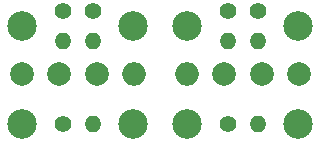
<source format=gbr>
G04 #@! TF.GenerationSoftware,KiCad,Pcbnew,5.0.1+dfsg1-3~bpo9+1*
G04 #@! TF.CreationDate,2018-11-18T10:39:03-07:00*
G04 #@! TF.ProjectId,Cube-Balls,437562652D42616C6C732E6B69636164,rev?*
G04 #@! TF.SameCoordinates,Original*
G04 #@! TF.FileFunction,Copper,L1,Top,Signal*
G04 #@! TF.FilePolarity,Positive*
%FSLAX46Y46*%
G04 Gerber Fmt 4.6, Leading zero omitted, Abs format (unit mm)*
G04 Created by KiCad (PCBNEW 5.0.1+dfsg1-3~bpo9+1) date Sun 18 Nov 2018 10:39:03 AM MST*
%MOMM*%
%LPD*%
G01*
G04 APERTURE LIST*
G04 #@! TA.AperFunction,ComponentPad*
%ADD10C,1.400000*%
G04 #@! TD*
G04 #@! TA.AperFunction,ComponentPad*
%ADD11O,1.400000X1.400000*%
G04 #@! TD*
G04 #@! TA.AperFunction,ComponentPad*
%ADD12C,2.499360*%
G04 #@! TD*
G04 #@! TA.AperFunction,ComponentPad*
%ADD13O,1.998980X1.998980*%
G04 #@! TD*
G04 #@! TA.AperFunction,ComponentPad*
%ADD14C,1.998980*%
G04 #@! TD*
G04 APERTURE END LIST*
D10*
G04 #@! TO.P,C1,1*
G04 #@! TO.N,Net-(C1-Pad1)*
X43855000Y-47244000D03*
D11*
G04 #@! TO.P,C1,2*
G04 #@! TO.N,Net-(C1-Pad2)*
X46395000Y-47244000D03*
G04 #@! TD*
G04 #@! TO.P,C2,2*
G04 #@! TO.N,Net-(C2-Pad2)*
X60325000Y-40259000D03*
D10*
G04 #@! TO.P,C2,1*
G04 #@! TO.N,Net-(C2-Pad1)*
X60325000Y-37719000D03*
G04 #@! TD*
D12*
G04 #@! TO.P,J8,1*
G04 #@! TO.N,Net-(D2-Pad4)*
X63754000Y-38989000D03*
G04 #@! TD*
G04 #@! TO.P,J7,1*
G04 #@! TO.N,Net-(C2-Pad1)*
X63754000Y-47244000D03*
G04 #@! TD*
G04 #@! TO.P,J6,1*
G04 #@! TO.N,Net-(J6-Pad1)*
X54356000Y-38989000D03*
G04 #@! TD*
G04 #@! TO.P,J5,1*
G04 #@! TO.N,Net-(J5-Pad1)*
X54356000Y-47244000D03*
G04 #@! TD*
G04 #@! TO.P,J4,1*
G04 #@! TO.N,Net-(D1-Pad4)*
X40386000Y-47244000D03*
G04 #@! TD*
G04 #@! TO.P,J3,1*
G04 #@! TO.N,Net-(C1-Pad1)*
X49784000Y-47244000D03*
G04 #@! TD*
G04 #@! TO.P,J2,1*
G04 #@! TO.N,Net-(J2-Pad1)*
X40386000Y-38989000D03*
G04 #@! TD*
G04 #@! TO.P,J1,1*
G04 #@! TO.N,Net-(J1-Pad1)*
X49784000Y-38989000D03*
G04 #@! TD*
D13*
G04 #@! TO.P,D2,1*
G04 #@! TO.N,Net-(D2-Pad1)*
X54310000Y-43053000D03*
D14*
G04 #@! TO.P,D2,2*
G04 #@! TO.N,Net-(C2-Pad2)*
X57485000Y-43053000D03*
G04 #@! TO.P,D2,3*
G04 #@! TO.N,Net-(C2-Pad1)*
X60660000Y-43053000D03*
G04 #@! TO.P,D2,4*
G04 #@! TO.N,Net-(D2-Pad4)*
X63835000Y-43053000D03*
G04 #@! TD*
D13*
G04 #@! TO.P,D1,1*
G04 #@! TO.N,Net-(D1-Pad1)*
X49847500Y-43053000D03*
D14*
G04 #@! TO.P,D1,2*
G04 #@! TO.N,Net-(C1-Pad2)*
X46672500Y-43053000D03*
G04 #@! TO.P,D1,3*
G04 #@! TO.N,Net-(C1-Pad1)*
X43497500Y-43053000D03*
G04 #@! TO.P,D1,4*
G04 #@! TO.N,Net-(D1-Pad4)*
X40322500Y-43053000D03*
G04 #@! TD*
D10*
G04 #@! TO.P,R4,1*
G04 #@! TO.N,Net-(J5-Pad1)*
X57825000Y-47238000D03*
D11*
G04 #@! TO.P,R4,2*
G04 #@! TO.N,Net-(D2-Pad1)*
X60365000Y-47238000D03*
G04 #@! TD*
D10*
G04 #@! TO.P,R3,1*
G04 #@! TO.N,Net-(J6-Pad1)*
X57785000Y-37719000D03*
D11*
G04 #@! TO.P,R3,2*
G04 #@! TO.N,Net-(C2-Pad2)*
X57785000Y-40259000D03*
G04 #@! TD*
G04 #@! TO.P,R2,2*
G04 #@! TO.N,Net-(D1-Pad1)*
X46355000Y-40259000D03*
D10*
G04 #@! TO.P,R2,1*
G04 #@! TO.N,Net-(J1-Pad1)*
X46355000Y-37719000D03*
G04 #@! TD*
G04 #@! TO.P,R1,1*
G04 #@! TO.N,Net-(J2-Pad1)*
X43815000Y-37719000D03*
D11*
G04 #@! TO.P,R1,2*
G04 #@! TO.N,Net-(C1-Pad2)*
X43815000Y-40259000D03*
G04 #@! TD*
M02*

</source>
